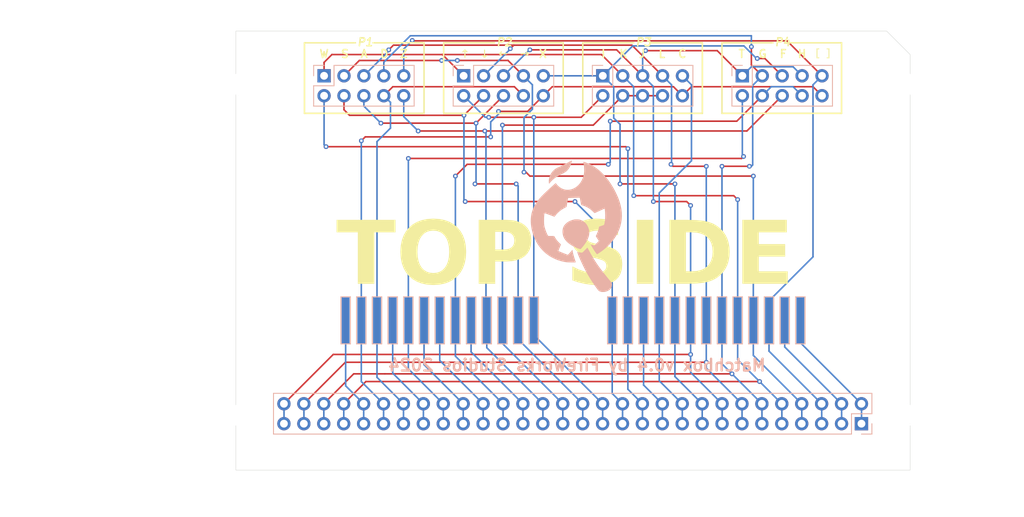
<source format=kicad_pcb>
(kicad_pcb (version 20240108) (generator "pcbnew") (generator_version "8.0")
  (layers (0 "F.Cu" signal) (31 "B.Cu" signal) (34 "B.Paste" user) (35 "F.Paste" user) (36 "B.SilkS" user "B.Silkscreen") (37 "F.SilkS" user "F.Silkscreen") (38 "B.Mask" user) (39 "F.Mask" user) (44 "Edge.Cuts" user))
  (net 0 "")
  (net 1 "17")
  (net 2 "4")
  (net 3 "3")
  (net 4 "7")
  (net 5 "13")
  (net 6 "15")
  (net 7 "5")
  (net 8 "24")
  (net 9 "12")
  (net 10 "6")
  (net 11 "14")
  (net 12 "9")
  (net 13 "8")
  (net 14 "25")
  (net 15 "16")
  (net 16 "10")
  (net 17 "19")
  (net 18 "22")
  (net 19 "21")
  (net 20 "2")
  (net 21 "20")
  (net 22 "23")
  (net 23 "1")
  (net 24 "18")
  (net 25 "26")
  (net 26 "11")
  (footprint "MountingHole:MountingHole_3.2mm_M3" (layer "B.Cu") (at 155.1 113 180)
    (property "Reference" "H6" (hide yes))
    (property "Value" "MountingHole")
    (pad "" np_thru_hole circle (at 0 0 180) (size 3.2 3.2) (drill 3.2) (layers "*.Cu" "*.Mask"))
  )
  (footprint "MatchBoxLibrary:Ma" (layer "B.Cu") (at 104 101 90)
    (property "Reference" "PinH1" (hide yes))
    (property "Value" "S7221-45R" (hide yes))
    (pad "1" smd rect (at 0.08875 0 90) (size 6 1) (layers "B.Cu" "B.Paste" "B.Mask") (net 15 "16"))
  )
  (footprint "MatchBoxLibrary:Ma" (layer "B.Cu") (at 102 101 90)
    (property "Reference" "PinI1" (hide yes))
    (property "Value" "S7221-45R" (hide yes))
    (pad "1" smd rect (at 0.08875 0 90) (size 6 1) (layers "B.Cu" "B.Paste" "B.Mask") (net 1 "17"))
  )
  (footprint "MatchBox_Graphics:kicad_pic_19mm_19mm" (layer "B.Cu") (at 113.5 88.75 180)
    (property "Reference" "G1" (hide yes))
    (property "Value" "LOGO" (hide yes))
  )
  (footprint "MatchBoxLibrary:Ma" (layer "B.Cu") (at 108 101 90)
    (property "Reference" "PinF1" (hide yes))
    (property "Value" "S7221-45R" (hide yes))
    (pad "1" smd rect (at 0.08875 0 90) (size 6 1) (layers "B.Cu" "B.Paste" "B.Mask") (net 11 "14"))
  )
  (footprint "MatchBoxLibrary:Ma" (layer "B.Cu") (at 92 101 90)
    (property "Reference" "PinN1" (hide yes))
    (property "Value" "S7221-45R" (hide yes))
    (pad "1" smd rect (at 0.08875 0 90) (size 6 1) (layers "B.Cu" "B.Paste" "B.Mask") (net 18 "22"))
  )
  (footprint "MatchBoxLibrary:Ma" (layer "B.Cu") (at 96 101 90)
    (property "Reference" "PinL1" (hide yes))
    (property "Value" "S7221-45R" (hide yes))
    (pad "1" smd rect (at 0.08875 0 90) (size 6 1) (layers "B.Cu" "B.Paste" "B.Mask") (net 21 "20"))
  )
  (footprint "MatchBoxLibrary:Ma" (layer "B.Cu") (at 140 101 90)
    (property "Reference" "Pin2" (hide yes))
    (property "Value" "S7221-45R" (hide yes))
    (pad "1" smd rect (at 0.08875 0 90) (size 6 1) (layers "B.Cu" "B.Paste" "B.Mask") (net 20 "2"))
  )
  (footprint "MatchBoxLibrary:Ma" (layer "B.Cu") (at 90 101 90)
    (property "Reference" "PinO1" (hide yes))
    (property "Value" "S7221-45R" (hide yes))
    (pad "1" smd rect (at 0.08875 0 90) (size 6 1) (layers "B.Cu" "B.Paste" "B.Mask") (net 22 "23"))
  )
  (footprint "Connector_PinHeader_2.54mm:PinHeader_2x30_P2.54mm_Vertical" (layer "B.Cu") (at 149.79 114.08 90)
    (property "Reference" "J29" (hide yes))
    (property "Value" "Conn_02x30_Odd_Even" (hide yes))
    (pad "1" thru_hole rect (at 0 0 90) (size 1.7 1.7) (drill 1) (layers "*.Cu" "*.Mask") (net 23 "1"))
    (pad "2" thru_hole oval (at 2.54 0 90) (size 1.7 1.7) (drill 1) (layers "*.Cu" "*.Mask") (net 23 "1"))
    (pad "3" thru_hole oval (at 0 -2.54 90) (size 1.7 1.7) (drill 1) (layers "*.Cu" "*.Mask") (net 20 "2"))
    (pad "4" thru_hole oval (at 2.54 -2.54 90) (size 1.7 1.7) (drill 1) (layers "*.Cu" "*.Mask") (net 20 "2"))
    (pad "5" thru_hole oval (at 0 -5.08 90) (size 1.7 1.7) (drill 1) (layers "*.Cu" "*.Mask") (net 3 "3"))
    (pad "6" thru_hole oval (at 2.54 -5.08 90) (size 1.7 1.7) (drill 1) (layers "*.Cu" "*.Mask") (net 3 "3"))
    (pad "7" thru_hole oval (at 0 -7.62 90) (size 1.7 1.7) (drill 1) (layers "*.Cu" "*.Mask") (net 2 "4"))
    (pad "8" thru_hole oval (at 2.54 -7.62 90) (size 1.7 1.7) (drill 1) (layers "*.Cu" "*.Mask") (net 2 "4"))
    (pad "9" thru_hole oval (at 0 -10.16 90) (size 1.7 1.7) (drill 1) (layers "*.Cu" "*.Mask") (net 7 "5"))
    (pad "10" thru_hole oval (at 2.54 -10.16 90) (size 1.7 1.7) (drill 1) (layers "*.Cu" "*.Mask") (net 7 "5"))
    (pad "11" thru_hole oval (at 0 -12.7 90) (size 1.7 1.7) (drill 1) (layers "*.Cu" "*.Mask") (net 10 "6"))
    (pad "12" thru_hole oval (at 2.54 -12.7 90) (size 1.7 1.7) (drill 1) (layers "*.Cu" "*.Mask") (net 10 "6"))
    (pad "13" thru_hole oval (at 0 -15.24 90) (size 1.7 1.7) (drill 1) (layers "*.Cu" "*.Mask") (net 4 "7"))
    (pad "14" thru_hole oval (at 2.54 -15.24 90) (size 1.7 1.7) (drill 1) (layers "*.Cu" "*.Mask") (net 4 "7"))
    (pad "15" thru_hole oval (at 0 -17.78 90) (size 1.7 1.7) (drill 1) (layers "*.Cu" "*.Mask") (net 13 "8"))
    (pad "16" thru_hole oval (at 2.54 -17.78 90) (size 1.7 1.7) (drill 1) (layers "*.Cu" "*.Mask") (net 13 "8"))
    (pad "17" thru_hole oval (at 0 -20.32 90) (size 1.7 1.7) (drill 1) (layers "*.Cu" "*.Mask") (net 12 "9"))
    (pad "18" thru_hole oval (at 2.54 -20.32 90) (size 1.7 1.7) (drill 1) (layers "*.Cu" "*.Mask") (net 12 "9"))
    (pad "19" thru_hole oval (at 0 -22.86 90) (size 1.7 1.7) (drill 1) (layers "*.Cu" "*.Mask") (net 16 "10"))
    (pad "20" thru_hole oval (at 2.54 -22.86 90) (size 1.7 1.7) (drill 1) (layers "*.Cu" "*.Mask") (net 16 "10"))
    (pad "21" thru_hole oval (at 0 -25.4 90) (size 1.7 1.7) (drill 1) (layers "*.Cu" "*.Mask") (net 26 "11"))
    (pad "22" thru_hole oval (at 2.54 -25.4 90) (size 1.7 1.7) (drill 1) (layers "*.Cu" "*.Mask") (net 26 "11"))
    (pad "23" thru_hole oval (at 0 -27.94 90) (size 1.7 1.7) (drill 1) (layers "*.Cu" "*.Mask") (net 9 "12"))
    (pad "24" thru_hole oval (at 2.54 -27.94 90) (size 1.7 1.7) (drill 1) (layers "*.Cu" "*.Mask") (net 9 "12"))
    (pad "25" thru_hole oval (at 0 -30.48 90) (size 1.7 1.7) (drill 1) (layers "*.Cu" "*.Mask") (net 5 "13"))
    (pad "26" thru_hole oval (at 2.54 -30.48 90) (size 1.7 1.7) (drill 1) (layers "*.Cu" "*.Mask") (net 5 "13"))
    (pad "27" thru_hole oval (at 0 -33.02 90) (size 1.7 1.7) (drill 1) (layers "*.Cu" "*.Mask") (net 11 "14"))
    (pad "28" thru_hole oval (at 2.54 -33.02 90) (size 1.7 1.7) (drill 1) (layers "*.Cu" "*.Mask") (net 11 "14"))
    (pad "29" thru_hole oval (at 0 -35.56 90) (size 1.7 1.7) (drill 1) (layers "*.Cu" "*.Mask") (net 6 "15"))
    (pad "30" thru_hole oval (at 2.54 -35.56 90) (size 1.7 1.7) (drill 1) (layers "*.Cu" "*.Mask") (net 6 "15"))
    (pad "31" thru_hole oval (at 0 -38.1 90) (size 1.7 1.7) (drill 1) (layers "*.Cu" "*.Mask") (net 15 "16"))
    (pad "32" thru_hole oval (at 2.54 -38.1 90) (size 1.7 1.7) (drill 1) (layers "*.Cu" "*.Mask") (net 15 "16"))
    (pad "33" thru_hole oval (at 0 -40.64 90) (size 1.7 1.7) (drill 1) (layers "*.Cu" "*.Mask") (net 1 "17"))
    (pad "34" thru_hole oval (at 2.54 -40.64 90) (size 1.7 1.7) (drill 1) (layers "*.Cu" "*.Mask") (net 1 "17"))
    (pad "35" thru_hole oval (at 0 -43.18 90) (size 1.7 1.7) (drill 1) (layers "*.Cu" "*.Mask") (net 24 "18"))
    (pad "36" thru_hole oval (at 2.54 -43.18 90) (size 1.7 1.7) (drill 1) (layers "*.Cu" "*.Mask") (net 24 "18"))
    (pad "37" thru_hole oval (at 0 -45.72 90) (size 1.7 1.7) (drill 1) (layers "*.Cu" "*.Mask") (net 17 "19"))
    (pad "38" thru_hole oval (at 2.54 -45.72 90) (size 1.7 1.7) (drill 1) (layers "*.Cu" "*.Mask") (net 17 "19"))
    (pad "39" thru_hole oval (at 0 -48.26 90) (size 1.7 1.7) (drill 1) (layers "*.Cu" "*.Mask") (net 21 "20"))
    (pad "40" thru_hole oval (at 2.54 -48.26 90) (size 1.7 1.7) (drill 1) (layers "*.Cu" "*.Mask") (net 21 "20"))
    (pad "41" thru_hole oval (at 0 -50.8 90) (size 1.7 1.7) (drill 1) (layers "*.Cu" "*.Mask") (net 19 "21"))
    (pad "42" thru_hole oval (at 2.54 -50.8 90) (size 1.7 1.7) (drill 1) (layers "*.Cu" "*.Mask") (net 19 "21"))
    (pad "43" thru_hole oval (at 0 -53.34 90) (size 1.7 1.7) (drill 1) (layers "*.Cu" "*.Mask") (net 18 "22"))
    (pad "44" thru_hole oval (at 2.54 -53.34 90) (size 1.7 1.7) (drill 1) (layers "*.Cu" "*.Mask") (net 18 "22"))
    (pad "45" thru_hole oval (at 0 -55.88 90) (size 1.7 1.7) (drill 1) (layers "*.Cu" "*.Mask") (net 22 "23"))
    (pad "46" thru_hole oval (at 2.54 -55.88 90) (size 1.7 1.7) (drill 1) (layers "*.Cu" "*.Mask") (net 22 "23"))
    (pad "47" thru_hole oval (at 0 -58.42 90) (size 1.7 1.7) (drill 1) (layers "*.Cu" "*.Mask") (net 8 "24"))
    (pad "48" thru_hole oval (at 2.54 -58.42 90) (size 1.7 1.7) (drill 1) (layers "*.Cu" "*.Mask") (net 8 "24"))
    (pad "49" thru_hole oval (at 0 -60.96 90) (size 1.7 1.7) (drill 1) (layers "*.Cu" "*.Mask") (net 14 "25"))
    (pad "50" thru_hole oval (at 2.54 -60.96 90) (size 1.7 1.7) (drill 1) (layers "*.Cu" "*.Mask") (net 14 "25"))
    (pad "51" thru_hole oval (at 0 -63.5 90) (size 1.7 1.7) (drill 1) (layers "*.Cu" "*.Mask") (net 25 "26"))
    (pad "52" thru_hole oval (at 2.54 -63.5 90) (size 1.7 1.7) (drill 1) (layers "*.Cu" "*.Mask") (net 25 "26"))
    (pad "53" thru_hole oval (at 0 -66.04 90) (size 1.7 1.7) (drill 1) (layers "*.Cu" "*.Mask") (net 7 "5"))
    (pad "54" thru_hole oval (at 2.54 -66.04 90) (size 1.7 1.7) (drill 1) (layers "*.Cu" "*.Mask") (net 7 "5"))
    (pad "55" thru_hole oval (at 0 -68.58 90) (size 1.7 1.7) (drill 1) (layers "*.Cu" "*.Mask") (net 10 "6"))
    (pad "56" thru_hole oval (at 2.54 -68.58 90) (size 1.7 1.7) (drill 1) (layers "*.Cu" "*.Mask") (net 10 "6"))
    (pad "57" thru_hole oval (at 0 -71.12 90) (size 1.7 1.7) (drill 1) (layers "*.Cu" "*.Mask") (net 4 "7"))
    (pad "58" thru_hole oval (at 2.54 -71.12 90) (size 1.7 1.7) (drill 1) (layers "*.Cu" "*.Mask") (net 4 "7"))
    (pad "59" thru_hole oval (at 0 -73.66 90) (size 1.7 1.7) (drill 1) (layers "*.Cu" "*.Mask") (net 13 "8"))
    (pad "60" thru_hole oval (at 2.54 -73.66 90) (size 1.7 1.7) (drill 1) (layers "*.Cu" "*.Mask") (net 13 "8"))
  )
  (footprint "MountingHole:MountingHole_3.2mm_M3" (layer "B.Cu") (at 70.9 113 180)
    (property "Reference" "H5" (hide yes))
    (property "Value" "MountingHole")
    (pad "" np_thru_hole circle (at 0 0 180) (size 3.2 3.2) (drill 3.2) (layers "*.Cu" "*.Mask"))
  )
  (footprint "MatchBoxLibrary:Ma" (layer "B.Cu") (at 88 101 90)
    (property "Reference" "PinP1" (hide yes))
    (property "Value" "S7221-45R" (hide yes))
    (pad "1" smd rect (at 0.08875 0 90) (size 6 1) (layers "B.Cu" "B.Paste" "B.Mask") (net 8 "24"))
  )
  (footprint "Connector_PinHeader_2.54mm:PinHeader_2x05_P2.54mm_Vertical" (layer "B.Cu") (at 134.6 69.71 -90)
    (property "Reference" "J4" (hide yes))
    (property "Value" "Conn_02x05_Odd_Even" (hide yes))
    (pad "1" thru_hole rect (at 0 0 270) (size 1.7 1.7) (drill 1) (layers "*.Cu" "*.Mask") (net 13 "8"))
    (pad "2" thru_hole oval (at 2.54 0 270) (size 1.7 1.7) (drill 1) (layers "*.Cu" "*.Mask") (net 18 "22"))
    (pad "3" thru_hole oval (at 0 -2.54 270) (size 1.7 1.7) (drill 1) (layers "*.Cu" "*.Mask") (net 10 "6"))
    (pad "4" thru_hole oval (at 2.54 -2.54 270) (size 1.7 1.7) (drill 1) (layers "*.Cu" "*.Mask") (net 17 "19"))
    (pad "5" thru_hole oval (at 0 -5.08 270) (size 1.7 1.7) (drill 1) (layers "*.Cu" "*.Mask") (net 12 "9"))
    (pad "6" thru_hole oval (at 2.54 -5.08 270) (size 1.7 1.7) (drill 1) (layers "*.Cu" "*.Mask") (net 1 "17"))
    (pad "7" thru_hole oval (at 0 -7.62 270) (size 1.7 1.7) (drill 1) (layers "*.Cu" "*.Mask") (net 13 "8"))
    (pad "8" thru_hole oval (at 2.54 -7.62 270) (size 1.7 1.7) (drill 1) (layers "*.Cu" "*.Mask") (net 17 "19"))
    (pad "9" thru_hole oval (at 0 -10.16 270) (size 1.7 1.7) (drill 1) (layers "*.Cu" "*.Mask") (net 3 "3"))
    (pad "10" thru_hole oval (at 2.54 -10.16 270) (size 1.7 1.7) (drill 1) (layers "*.Cu" "*.Mask") (net 14 "25"))
  )
  (footprint "MatchBoxLibrary:Ma" (layer "B.Cu") (at 84 101 90)
    (property "Reference" "PinR1" (hide yes))
    (property "Value" "S7221-45R" (hide yes))
    (pad "1" smd rect (at 0.08875 0 90) (size 6 1) (layers "B.Cu" "B.Paste" "B.Mask") (net 25 "26"))
  )
  (footprint "MatchBoxLibrary:Ma" (layer "B.Cu") (at 128 101 90)
    (property "Reference" "Pin8" (hide yes))
    (property "Value" "S7221-45R" (hide yes))
    (pad "1" smd rect (at 0.08875 0 90) (size 6 1) (layers "B.Cu" "B.Paste" "B.Mask") (net 13 "8"))
  )
  (footprint "MountingHole:MountingHole_3.7mm" (layer "B.Cu") (at 147 101 180)
    (property "Reference" "H1" (hide yes))
    (property "Value" "MountingHole")
    (pad "" np_thru_hole circle (at 0 0 180) (size 5.2 5.2) (drill 5.2) (layers "F&B.Cu" "*.Mask"))
  )
  (footprint "MatchBoxLibrary:Ma" (layer "B.Cu") (at 124 101 90)
    (property "Reference" "PinB1" (hide yes))
    (property "Value" "S7221-45R" (hide yes))
    (pad "1" smd rect (at 0.08875 0 90) (size 6 1) (layers "B.Cu" "B.Paste" "B.Mask") (net 16 "10"))
  )
  (footprint "MatchBoxLibrary:Ma" (layer "B.Cu") (at 86 101 90)
    (property "Reference" "PinQ1" (hide yes))
    (property "Value" "S7221-45R" (hide yes))
    (pad "1" smd rect (at 0.08875 0 90) (size 6 1) (layers "B.Cu" "B.Paste" "B.Mask") (net 14 "25"))
  )
  (footprint "MatchBoxLibrary:Ma" (layer "B.Cu") (at 118 101 90)
    (property "Reference" "PinE1" (hide yes))
    (property "Value" "S7221-45R" (hide yes))
    (pad "1" smd rect (at 0.08875 0 90) (size 6 1) (layers "B.Cu" "B.Paste" "B.Mask") (net 5 "13"))
  )
  (footprint "MountingHole:MountingHole_3.2mm_M3" (layer "B.Cu") (at 155.1 70.8 180)
    (property "Reference" "H4" (hide yes))
    (property "Value" "MountingHole")
    (pad "" np_thru_hole circle (at 0 0 180) (size 3.2 3.2) (drill 3.2) (layers "*.Cu" "*.Mask"))
  )
  (footprint "MatchBoxLibrary:Ma" (layer "B.Cu") (at 120 101 90)
    (property "Reference" "PinD1" (hide yes))
    (property "Value" "S7221-45R" (hide yes))
    (pad "1" smd rect (at 0.08875 0 90) (size 6 1) (layers "B.Cu" "B.Paste" "B.Mask") (net 9 "12"))
  )
  (footprint "MountingHole:MountingHole_3.2mm_M3" (layer "B.Cu") (at 70.9 70.8 180)
    (property "Reference" "H3" (hide yes))
    (property "Value" "MountingHole")
    (pad "" np_thru_hole circle (at 0 0 180) (size 3.2 3.2) (drill 3.2) (layers "F&B.Cu" "*.Mask"))
  )
  (footprint "MountingHole:MountingHole_3.7mm" (layer "B.Cu") (at 79 101 180)
    (property "Reference" "H2" (hide yes))
    (property "Value" "MountingHole")
    (pad "" np_thru_hole circle (at 0 0 180) (size 5.2 5.2) (drill 5.2) (layers "F&B.Cu" "*.Mask"))
  )
  (footprint "MatchBoxLibrary:Ma" (layer "B.Cu") (at 142 101 90)
    (property "Reference" "Pin1" (hide yes))
    (property "Value" "S7221-45R" (hide yes))
    (pad "1" smd rect (at 0.08875 0 90) (size 6 1) (layers "B.Cu" "B.Paste" "B.Mask") (net 23 "1"))
  )
  (footprint "MatchBoxLibrary:Ma" (layer "B.Cu") (at 132 101 90)
    (property "Reference" "Pin6" (hide yes))
    (property "Value" "S7221-45R" (hide yes))
    (pad "1" smd rect (at 0.08875 0 90) (size 6 1) (layers "B.Cu" "B.Paste" "B.Mask") (net 10 "6"))
  )
  (footprint "MatchBoxLibrary:Ma" (layer "B.Cu") (at 138 101 90)
    (property "Reference" "Pin3" (hide yes))
    (property "Value" "S7221-45R" (hide yes))
    (pad "1" smd rect (at 0.08875 0 90) (size 6 1) (layers "B.Cu" "B.Paste" "B.Mask") (net 3 "3"))
  )
  (footprint "MatchBoxLibrary:Ma" (layer "B.Cu") (at 130 101 90)
    (property "Reference" "Pin7" (hide yes))
    (property "Value" "S7221-45R" (hide yes))
    (pad "1" smd rect (at 0.08875 0 90) (size 6 1) (layers "B.Cu" "B.Paste" "B.Mask") (net 4 "7"))
  )
  (footprint "MatchBoxLibrary:Ma" (layer "B.Cu") (at 126 101 90)
    (property "Reference" "PinA1" (hide yes))
    (property "Value" "S7221-45R" (hide yes))
    (pad "1" smd rect (at 0.08875 0 90) (size 6 1) (layers "B.Cu" "B.Paste" "B.Mask") (net 12 "9"))
  )
  (footprint "Connector_PinHeader_2.54mm:PinHeader_2x05_P2.54mm_Vertical" (layer "B.Cu") (at 116.8 69.71 -90)
    (property "Reference" "J3" (hide yes))
    (property "Value" "Conn_02x05_Odd_Even" (hide yes))
    (pad "1" thru_hole rect (at 0 0 270) (size 1.7 1.7) (drill 1) (layers "*.Cu" "*.Mask") (net 12 "9"))
    (pad "2" thru_hole oval (at 2.54 0 270) (size 1.7 1.7) (drill 1) (layers "*.Cu" "*.Mask") (net 11 "14"))
    (pad "3" thru_hole oval (at 0 -2.54 270) (size 1.7 1.7) (drill 1) (layers "*.Cu" "*.Mask") (net 7 "5"))
    (pad "4" thru_hole oval (at 2.54 -2.54 270) (size 1.7 1.7) (drill 1) (layers "*.Cu" "*.Mask") (net 15 "16"))
    (pad "5" thru_hole oval (at 0 -5.08 270) (size 1.7 1.7) (drill 1) (layers "*.Cu" "*.Mask") (net 13 "8"))
    (pad "6" thru_hole oval (at 2.54 -5.08 270) (size 1.7 1.7) (drill 1) (layers "*.Cu" "*.Mask") (net 15 "16"))
    (pad "7" thru_hole oval (at 0 -7.62 270) (size 1.7 1.7) (drill 1) (layers "*.Cu" "*.Mask") (net 4 "7"))
    (pad "8" thru_hole oval (at 2.54 -7.62 270) (size 1.7 1.7) (drill 1) (layers "*.Cu" "*.Mask") (net 15 "16"))
    (pad "9" thru_hole oval (at 0 -10.16 270) (size 1.7 1.7) (drill 1) (layers "*.Cu" "*.Mask") (net 16 "10"))
    (pad "10" thru_hole oval (at 2.54 -10.16 270) (size 1.7 1.7) (drill 1) (layers "*.Cu" "*.Mask") (net 14 "25"))
  )
  (footprint "MatchBoxLibrary:Ma" (layer "B.Cu") (at 136 101 90)
    (property "Reference" "Pin4" (hide yes))
    (property "Value" "S7221-45R" (hide yes))
    (pad "1" smd rect (at 0.08875 0 90) (size 6 1) (layers "B.Cu" "B.Paste" "B.Mask") (net 2 "4"))
  )
  (footprint "Connector_PinHeader_2.54mm:PinHeader_2x05_P2.54mm_Vertical" (layer "B.Cu") (at 99.05 69.71 -90)
    (property "Reference" "J2" (hide yes))
    (property "Value" "Conn_02x05_Odd_Even" (hide yes))
    (pad "1" thru_hole rect (at 0 0 270) (size 1.7 1.7) (drill 1) (layers "*.Cu" "*.Mask") (net 7 "5"))
    (pad "2" thru_hole oval (at 2.54 0 270) (size 1.7 1.7) (drill 1) (layers "*.Cu" "*.Mask") (net 11 "14"))
    (pad "3" thru_hole oval (at 0 -2.54 270) (size 1.7 1.7) (drill 1) (layers "*.Cu" "*.Mask") (net 4 "7"))
    (pad "4" thru_hole oval (at 2.54 -2.54 270) (size 1.7 1.7) (drill 1) (layers "*.Cu" "*.Mask") (net 5 "13"))
    (pad "5" thru_hole oval (at 0 -5.08 270) (size 1.7 1.7) (drill 1) (layers "*.Cu" "*.Mask") (net 13 "8"))
    (pad "6" thru_hole oval (at 2.54 -5.08 270) (size 1.7 1.7) (drill 1) (layers "*.Cu" "*.Mask") (net 6 "15"))
    (pad "7" thru_hole oval (at 0 -7.62 270) (size 1.7 1.7) (drill 1) (layers "*.Cu" "*.Mask") (net 2 "4"))
    (pad "8" thru_hole oval (at 2.54 -7.62 270) (size 1.7 1.7) (drill 1) (layers "*.Cu" "*.Mask") (net 8 "24"))
    (pad "9" thru_hole oval (at 0 -10.16 270) (size 1.7 1.7) (drill 1) (layers "*.Cu" "*.Mask") (net 12 "9"))
    (pad "10" thru_hole oval (at 2.54 -10.16 270) (size 1.7 1.7) (drill 1) (layers "*.Cu" "*.Mask") (net 14 "25"))
  )
  (footprint "MatchBoxLibrary:Ma" (layer "B.Cu") (at 106 101 90)
    (property "Reference" "PinG1" (hide yes))
    (property "Value" "S7221-45R" (hide yes))
    (pad "1" smd rect (at 0.08875 0 90) (size 6 1) (layers "B.Cu" "B.Paste" "B.Mask") (net 6 "15"))
  )
  (footprint "Connector_PinHeader_2.54mm:PinHeader_2x05_P2.54mm_Vertical" (layer "B.Cu") (at 81.25 69.71 -90)
    (property "Reference" "J1" (hide yes))
    (property "Value" "Conn_02x05_Odd_Even" (hide yes))
    (pad "1" thru_hole rect (at 0 0 270) (size 1.7 1.7) (drill 1) (layers "*.Cu" "*.Mask") (net 7 "5"))
    (pad "2" thru_hole oval (at 2.54 0 270) (size 1.7 1.7) (drill 1) (layers "*.Cu" "*.Mask") (net 9 "12"))
    (pad "3" thru_hole oval (at 0 -2.54 270) (size 1.7 1.7) (drill 1) (layers "*.Cu" "*.Mask") (net 2 "4"))
    (pad "4" thru_hole oval (at 2.54 -2.54 270) (size 1.7 1.7) (drill 1) (layers "*.Cu" "*.Mask") (net 5 "13"))
    (pad "5" thru_hole oval (at 0 -5.08 270) (size 1.7 1.7) (drill 1) (layers "*.Cu" "*.Mask") (net 4 "7"))
    (pad "6" thru_hole oval (at 2.54 -5.08 270) (size 1.7 1.7) (drill 1) (layers "*.Cu" "*.Mask") (net 6 "15"))
    (pad "7" thru_hole oval (at 0 -7.62 270) (size 1.7 1.7) (drill 1) (layers "*.Cu" "*.Mask") (net 10 "6"))
    (pad "8" thru_hole oval (at 2.54 -7.62 270) (size 1.7 1.7) (drill 1) (layers "*.Cu" "*.Mask") (net 8 "24"))
    (pad "9" thru_hole oval (at 0 -10.16 270) (size 1.7 1.7) (drill 1) (layers "*.Cu" "*.Mask") (net 3 "3"))
    (pad "10" thru_hole oval (at 2.54 -10.16 270) (size 1.7 1.7) (drill 1) (layers "*.Cu" "*.Mask") (net 1 "17"))
  )
  (footprint "MatchBoxLibrary:Ma" (layer "B.Cu") (at 134 101 90)
    (property "Reference" "Pin5" (hide yes))
    (property "Value" "S7221-45R" (hide yes))
    (pad "1" smd rect (at 0.08875 0 90) (size 6 1) (layers "B.Cu" "B.Paste" "B.Mask") (net 7 "5"))
  )
  (footprint "MatchBoxLibrary:Ma" (layer "B.Cu") (at 94 101 90)
    (property "Reference" "PinM1" (hide yes))
    (property "Value" "S7221-45R" (hide yes))
    (pad "1" smd rect (at 0.08875 0 90) (size 6 1) (layers "B.Cu" "B.Paste" "B.Mask") (net 19 "21"))
  )
  (footprint "MatchBoxLibrary:Ma" (layer "B.Cu") (at 98 101 90)
    (property "Reference" "PinK1" (hide yes))
    (property "Value" "S7221-45R" (hide yes))
    (pad "1" smd rect (at 0.08875 0 90) (size 6 1) (layers "B.Cu" "B.Paste" "B.Mask") (net 17 "19"))
  )
  (footprint "MatchBoxLibrary:Ma" (layer "B.Cu") (at 122 101 90)
    (property "Reference" "PinC1" (hide yes))
    (property "Value" "S7221-45R" (hide yes))
    (pad "1" smd rect (at 0.08875 0 90) (size 6 1) (layers "B.Cu" "B.Paste" "B.Mask") (net 26 "11"))
  )
  (footprint "MatchBoxLibrary:Ma" (layer "B.Cu") (at 100 101 90)
    (property "Reference" "PinJ1" (hide yes))
    (property "Value" "S7221-45R" (hide yes))
    (pad "1" smd rect (at 0.08875 0 90) (size 6 1) (layers "B.Cu" "B.Paste" "B.Mask") (net 24 "18"))
  )
  (gr_line (start 129.5 74.5) (end 114.25 74.5) (stroke (width 0.2)) (layer "F.SilkS"))
  (gr_line (start 94 74.5) (end 78.75 74.5) (stroke (width 0.2)) (layer "F.SilkS"))
  (gr_line (start 94 65.5) (end 87.5 65.5) (stroke (width 0.2)) (layer "F.SilkS"))
  (gr_line (start 147.25 74.5) (end 132 74.5) (stroke (width 0.2)) (layer "F.SilkS"))
  (gr_line (start 96.5 65.5) (end 103 65.5) (stroke (width 0.2)) (layer "F.SilkS"))
  (gr_line (start 111.75 74.5) (end 96.5 74.5) (stroke (width 0.2)) (layer "F.SilkS"))
  (gr_line (start 147.25 65.5) (end 147.25 74.5) (stroke (width 0.2)) (layer "F.SilkS"))
  (gr_line (start 129.5 65.5) (end 123 65.5) (stroke (width 0.2)) (layer "F.SilkS"))
  (gr_line (start 78.75 65.5) (end 85.25 65.5) (stroke (width 0.2)) (layer "F.SilkS"))
  (gr_line (start 114.25 65.5) (end 120.75 65.5) (stroke (width 0.2)) (layer "F.SilkS"))
  (gr_line (start 114.25 74.5) (end 114.25 65.5) (stroke (width 0.2)) (layer "F.SilkS"))
  (gr_line (start 96.5 74.5) (end 96.5 65.5) (stroke (width 0.2)) (layer "F.SilkS"))
  (gr_line (start 111.75 65.5) (end 111.75 74.5) (stroke (width 0.2)) (layer "F.SilkS"))
  (gr_line (start 111.75 65.5) (end 105.25 65.5) (stroke (width 0.2)) (layer "F.SilkS"))
  (gr_line (start 147.25 65.5) (end 140.75 65.5) (stroke (width 0.2)) (layer "F.SilkS"))
  (gr_line (start 132 65.5) (end 138.5 65.5) (stroke (width 0.2)) (layer "F.SilkS"))
  (gr_line (start 94 65.5) (end 94 74.5) (stroke (width 0.2)) (layer "F.SilkS"))
  (gr_line (start 78.75 74.5) (end 78.75 65.5) (stroke (width 0.2)) (layer "F.SilkS"))
  (gr_line (start 129.5 65.5) (end 129.5 74.5) (stroke (width 0.2)) (layer "F.SilkS"))
  (gr_line (start 132 74.5) (end 132 65.5) (stroke (width 0.2)) (layer "F.SilkS"))
  (gr_poly (pts (xy 153 64) (xy 156 67) (xy 156 120) (xy 70 120) (xy 70 64)) (stroke (width 0.05)) (fill none) (layer "Edge.Cuts"))
  (gr_text "Matchbox v0.4 by FireWorks Studios 2024\n" (at 113.5 107.5 0) (layer "B.SilkS") (effects (font (size 1.5 1.5) (thickness 0.3) (bold yes)) (justify bottom mirror)))
  (gr_text "I" (at 116.5 67.5 0) (layer "F.SilkS") (effects (font (size 1 1) (thickness 0.2) (bold yes)) (justify left bottom)))
  (gr_text "Z" (at 90.8 67.5 0) (layer "F.SilkS") (effects (font (size 1 1) (thickness 0.2) (bold yes)) (justify left bottom)))
  (gr_text "↓" (at 100.75 67.5 0) (layer "F.SilkS") (effects (font (size 1.2 1.4)) (justify left bottom)))
  (gr_text "P3" (at 122 66 0) (layer "F.SilkS") (effects (font (size 1 1) (thickness 0.2) (bold yes) (italic yes)) (justify bottom)))
  (gr_text "F" (at 139.25 67.5 0) (layer "F.SilkS") (effects (font (size 1 1) (thickness 0.2) (bold yes)) (justify left bottom)))
  (gr_text "C" (at 126.3 67.5 0) (layer "F.SilkS") (effects (font (size 1 1) (thickness 0.2) (bold yes)) (justify left bottom)))
  (gr_text "[ ]" (at 143.75 67.25 0) (layer "F.SilkS") (effects (font (size 0.8 1) (thickness 0.125)) (justify left bottom)))
  (gr_text "G" (at 136.55 67.5 0) (layer "F.SilkS") (effects (font (size 1 1) (thickness 0.2) (bold yes)) (justify left bottom)))
  (gr_text "→" (at 106 67.5 0) (layer "F.SilkS") (effects (font (size 1.2 1.2)) (justify left bottom)))
  (gr_text "K" (at 118.8 67.5 0) (layer "F.SilkS") (effects (font (size 1 1) (thickness 0.2) (bold yes)) (justify left bottom)))
  (gr_text "TOP SIDE" (at 112 97.6 -0) (layer "F.SilkS") (effects (font (size 8 8) (thickness 0.2) (bold yes)) (justify bottom)))
  (gr_text "J" (at 121.3 67.5 0) (layer "F.SilkS") (effects (font (size 1 1) (thickness 0.2) (bold yes)) (justify left bottom)))
  (gr_text "T" (at 134 67.5 0) (layer "F.SilkS") (effects (font (size 1 1) (thickness 0.2) (bold yes)) (justify left bottom)))
  (gr_text "←" (at 103.25 67.5 0) (layer "F.SilkS") (effects (font (size 1.2 1.2)) (justify left bottom)))
  (gr_text "H" (at 141.55 67.5 0) (layer "F.SilkS") (effects (font (size 1 1) (thickness 0.2) (bold yes)) (justify left bottom)))
  (gr_text "W" (at 80.55 67.5 0) (layer "F.SilkS") (effects (font (size 1 1) (thickness 0.2) (bold yes)) (justify left bottom)))
  (gr_text "X" (at 108.55 67.5 0) (layer "F.SilkS") (effects (font (size 1 1) (thickness 0.2) (bold yes)) (justify left bottom)))
  (gr_text "P2" (at 104.25 66 0) (layer "F.SilkS") (effects (font (size 1 1) (thickness 0.2) (bold yes) (italic yes)) (justify bottom)))
  (gr_text "↑" (at 98.25 67.5 0) (layer "F.SilkS") (effects (font (size 1.2 1.4)) (justify left bottom)))
  (gr_text "P1" (at 86.5 66 0) (layer "F.SilkS") (effects (font (size 1 1) (thickness 0.2) (bold yes) (italic yes)) (justify bottom)))
  (gr_text "A" (at 85.8 67.5 0) (layer "F.SilkS") (effects (font (size 1 1) (thickness 0.2) (bold yes)) (justify left bottom)))
  (gr_text "L" (at 123.8 67.5 0) (layer "F.SilkS") (effects (font (size 1 1) (thickness 0.2) (bold yes)) (justify left bottom)))
  (gr_text "D" (at 88.3 67.5 0) (layer "F.SilkS") (effects (font (size 1 1) (thickness 0.2) (bold yes)) (justify left bottom)))
  (gr_text "S" (at 83.3 67.5 0) (layer "F.SilkS") (effects (font (size 1 1) (thickness 0.2) (bold yes)) (justify left bottom)))
  (gr_text "P4" (at 139.75 66 0) (layer "F.SilkS") (effects (font (size 1 1) (thickness 0.2) (bold yes) (italic yes)) (justify bottom)))
  (segment (start 135.18 76.75) (end 139.68 72.25) (width 0.2) (layer "F.Cu") (net 1))
  (segment (start 101.75 76.75) (end 135.18 76.75) (width 0.2) (layer "F.Cu") (net 1))
  (segment (start 93.25 76.75) (end 101.75 76.75) (width 0.2) (layer "F.Cu") (net 1))
  (via (at 101.75 76.75) (size 0.6) (drill 0.3) (layers "F.Cu" "B.Cu") (net 1))
  (via (at 93.25 76.75) (size 0.6) (drill 0.3) (layers "F.Cu" "B.Cu") (net 1))
  (segment (start 102 104.39) (end 102 100.91125) (width 0.2) (layer "B.Cu") (net 1))
  (segment (start 91.41 74.91) (end 93.25 76.75) (width 0.2) (layer "B.Cu") (net 1))
  (segment (start 101.9 100.81125) (end 102 100.91125) (width 0.2) (layer "B.Cu") (net 1))
  (segment (start 101.75 76.75) (end 101.9 76.9) (width 0.2) (layer "B.Cu") (net 1))
  (segment (start 91.41 72.25) (end 91.41 74.91) (width 0.2) (layer "B.Cu") (net 1))
  (segment (start 101.9 76.9) (end 101.9 100.81125) (width 0.2) (layer "B.Cu") (net 1))
  (segment (start 102 104.39) (end 109.15 111.54) (width 0.2) (layer "B.Cu") (net 1))
  (segment (start 109.16 114.1) (end 109.16 111.56) (width 0.2) (layer "B.Cu") (net 1))
  (segment (start 104.71 67.75) (end 106.67 69.71) (width 0.2) (layer "F.Cu") (net 2))
  (segment (start 98.25 67.75) (end 104.71 67.75) (width 0.2) (layer "F.Cu") (net 2))
  (segment (start 85.745735 67.754265) (end 96.245735 67.754265) (width 0.2) (layer "F.Cu") (net 2))
  (segment (start 107 82) (end 107.5 82.5) (width 0.2) (layer "F.Cu") (net 2))
  (segment (start 107.5 82.5) (end 136 82.5) (width 0.2) (layer "F.Cu") (net 2))
  (segment (start 106.75 82) (end 107 82) (width 0.2) (layer "F.Cu") (net 2))
  (segment (start 83.79 69.71) (end 85.745735 67.754265) (width 0.2) (layer "F.Cu") (net 2))
  (via (at 106.75 82) (size 0.6) (drill 0.3) (layers "F.Cu" "B.Cu") (net 2))
  (via (at 98.25 67.75) (size 0.6) (drill 0.3) (layers "F.Cu" "B.Cu") (net 2))
  (via (at 136 82.5) (size 0.6) (drill 0.3) (layers "F.Cu" "B.Cu") (net 2))
  (via (at 96.245735 67.754265) (size 0.6) (drill 0.3) (layers "F.Cu" "B.Cu") (net 2))
  (segment (start 136 105.37) (end 136 100.91125) (width 0.2) (layer "B.Cu") (net 2))
  (segment (start 98.245735 67.754265) (end 98.25 67.75) (width 0.2) (layer "B.Cu") (net 2))
  (segment (start 106.67 69.71) (end 107.82 70.86) (width 0.2) (layer "B.Cu") (net 2))
  (segment (start 96.245735 67.754265) (end 98.245735 67.754265) (width 0.2) (layer "B.Cu") (net 2))
  (segment (start 142.18 114.1) (end 142.18 111.56) (width 0.2) (layer "B.Cu") (net 2))
  (segment (start 142.17 111.54) (end 136 105.37) (width 0.2) (layer "B.Cu") (net 2))
  (segment (start 106.75 75.041471) (end 106.75 82) (width 0.2) (layer "B.Cu") (net 2))
  (segment (start 107.82 73.971471) (end 106.75 75.041471) (width 0.2) (layer "B.Cu") (net 2))
  (segment (start 107.82 70.86) (end 107.82 73.971471) (width 0.2) (layer "B.Cu") (net 2))
  (segment (start 136 82.5) (end 136 100.91125) (width 0.2) (layer "B.Cu") (net 2))
  (segment (start 92.55 65.25) (end 140.3 65.25) (width 0.2) (layer "F.Cu") (net 3))
  (segment (start 140.3 65.25) (end 144.76 69.71) (width 0.2) (layer "F.Cu") (net 3))
  (segment (start 92.5 65.2) (end 92.55 65.25) (width 0.2) (layer "F.Cu") (net 3))
  (via (at 92.5 65.2) (size 0.6) (drill 0.3) (layers "F.Cu" "B.Cu") (net 3))
  (segment (start 144.76 69.71) (end 143.61 70.86) (width 0.2) (layer "B.Cu") (net 3))
  (segment (start 91.41 69.71) (end 91.41 66.29) (width 0.2) (layer "B.Cu") (net 3))
  (segment (start 138 98.41125) (end 138 100.91125) (width 0.2) (layer "B.Cu") (net 3))
  (segment (start 143.61 70.86) (end 143.61 92.80125) (width 0.2) (layer "B.Cu") (net 3))
  (segment (start 144.72 114.1) (end 144.72 111.56) (width 0.2) (layer "B.Cu") (net 3))
  (segment (start 138 104.83) (end 138 100.91125) (width 0.2) (layer "B.Cu") (net 3))
  (segment (start 143.61 92.80125) (end 138 98.41125) (width 0.2) (layer "B.Cu") (net 3))
  (segment (start 91.41 66.29) (end 92.5 65.2) (width 0.2) (layer "B.Cu") (net 3))
  (segment (start 144.71 111.54) (end 138 104.83) (width 0.2) (layer "B.Cu") (net 3))
  (segment (start 83.96 106.25) (end 130 106.25) (width 0.2) (layer "F.Cu") (net 4))
  (segment (start 90.1 65.8) (end 105.45 65.8) (width 0.2) (layer "F.Cu") (net 4))
  (segment (start 125.75 81.25) (end 130 81.25) (width 0.2) (layer "F.Cu") (net 4))
  (segment (start 78.67 111.54) (end 83.96 106.25) (width 0.2) (layer "F.Cu") (net 4))
  (segment (start 89.5 66.4) (end 90.1 65.8) (width 0.2) (layer "F.Cu") (net 4))
  (segment (start 105 66.25) (end 105.45 65.8) (width 0.2) (layer "F.Cu") (net 4))
  (segment (start 120.51 65.8) (end 124.42 69.71) (width 0.2) (layer "F.Cu") (net 4))
  (segment (start 105.45 65.8) (end 120.51 65.8) (width 0.2) (layer "F.Cu") (net 4))
  (segment (start 125.5 81) (end 125.75 81.25) (width 0.2) (layer "F.Cu") (net 4))
  (via (at 89.5 66.4) (size 0.6) (drill 0.3) (layers "F.Cu" "B.Cu") (net 4))
  (via (at 130 106.25) (size 0.6) (drill 0.3) (layers "F.Cu" "B.Cu") (net 4))
  (via (at 130 81.25) (size 0.6) (drill 0.3) (layers "F.Cu" "B.Cu") (net 4))
  (via (at 105 66.25) (size 0.6) (drill 0.3) (layers "F.Cu" "B.Cu") (net 4))
  (via (at 125.5 81) (size 0.6) (drill 0.3) (layers "F.Cu" "B.Cu") (net 4))
  (segment (start 124.42 69.71) (end 125.57 70.86) (width 0.2) (layer "B.Cu") (net 4))
  (segment (start 130 106.25) (end 130 100.91125) (width 0.2) (layer "B.Cu") (net 4))
  (segment (start 134.55 111.54) (end 130 106.99) (width 0.2) (layer "B.Cu") (net 4))
  (segment (start 86.33 69.71) (end 89.5 66.54) (width 0.2) (layer "B.Cu") (net 4))
  (segment (start 130 81.25) (end 130 100.91125) (width 0.2) (layer "B.Cu") (net 4))
  (segment (start 125.57 80.93) (end 125.5 81) (width 0.2) (layer "B.Cu") (net 4))
  (segment (start 78.68 114.1) (end 78.68 111.56) (width 0.2) (layer "B.Cu") (net 4))
  (segment (start 134.56 114.1) (end 134.56 111.56) (width 0.2) (layer "B.Cu") (net 4))
  (segment (start 104.85 66.4) (end 105 66.25) (width 0.2) (layer "B.Cu") (net 4))
  (segment (start 89.5 66.54) (end 89.5 66.4) (width 0.2) (layer "B.Cu") (net 4))
  (segment (start 125.57 70.86) (end 125.57 80.93) (width 0.2) (layer "B.Cu") (net 4))
  (segment (start 105 66.3) (end 105 66.25) (width 0.2) (layer "B.Cu") (net 4))
  (segment (start 101.59 69.71) (end 105 66.3) (width 0.2) (layer "B.Cu") (net 4))
  (segment (start 130 106.99) (end 130 106.25) (width 0.2) (layer "B.Cu") (net 4))
  (segment (start 101.59 72.25) (end 99.09 74.75) (width 0.2) (layer "F.Cu") (net 5))
  (segment (start 99.25 85.75) (end 113.25 85.75) (width 0.2) (layer "F.Cu") (net 5))
  (segment (start 83.79 72.25) (end 83.79 74.04) (width 0.2) (layer "F.Cu") (net 5))
  (segment (start 119.345 111.56) (end 119.2 111.415) (width 0.2) (layer "F.Cu") (net 5))
  (segment (start 83.79 74.04) (end 84.5 74.75) (width 0.2) (layer "F.Cu") (net 5))
  (segment (start 84.5 74.75) (end 99.09 74.75) (width 0.2) (layer "F.Cu") (net 5))
  (via (at 99.09 74.75) (size 0.6) (drill 0.3) (layers "F.Cu" "B.Cu") (net 5))
  (via (at 113.25 85.75) (size 0.6) (drill 0.3) (layers "F.Cu" "B.Cu") (net 5))
  (via (at 99.25 85.75) (size 0.6) (drill 0.3) (layers "F.Cu" "B.Cu") (net 5))
  (segment (start 99.09 85.59) (end 99.25 85.75) (width 0.2) (layer "B.Cu") (net 5))
  (segment (start 99.09 74.75) (end 99.09 85.59) (width 0.2) (layer "B.Cu") (net 5))
  (segment (start 118 90.5) (end 118 100.91125) (width 0.2) (layer "B.Cu") (net 5))
  (segment (start 119.32 114.1) (end 119.32 111.56) (width 0.2) (layer "B.Cu") (net 5))
  (segment (start 119.31 111.54) (end 118 110.23) (width 0.2) (layer "B.Cu") (net 5))
  (segment (start 118 110.23) (end 118 100.91125) (width 0.2) (layer "B.Cu") (net 5))
  (segment (start 113.25 85.75) (end 118 90.5) (width 0.2) (layer "B.Cu") (net 5))
  (segment (start 100.5 83.5) (end 105.75 83.5) (width 0.2) (layer "F.Cu") (net 6))
  (segment (start 100.63 75.75) (end 88.5 75.75) (width 0.2) (layer "F.Cu") (net 6))
  (segment (start 104.13 72.25) (end 100.63 75.75) (width 0.2) (layer "F.Cu") (net 6))
  (via (at 100.63 75.75) (size 0.6) (drill 0.3) (layers "F.Cu" "B.Cu") (net 6))
  (via (at 105.75 83.5) (size 0.6) (drill 0.3) (layers "F.Cu" "B.Cu") (net 6))
  (via (at 100.5 83.5) (size 0.6) (drill 0.3) (layers "F.Cu" "B.Cu") (net 6))
  (via (at 88.5 75.75) (size 0.6) (drill 0.3) (layers "F.Cu" "B.Cu") (net 6))
  (segment (start 106 103.31) (end 114.23 111.54) (width 0.2) (layer "B.Cu") (net 6))
  (segment (start 86.33 72.25) (end 86.33 73.58) (width 0.2) (layer "B.Cu") (net 6))
  (segment (start 100.63 83.37) (end 100.5 83.5) (width 0.2) (layer "B.Cu") (net 6))
  (segment (start 114.24 114.1) (end 114.24 111.56) (width 0.2) (layer "B.Cu") (net 6))
  (segment (start 105.75 83.5) (end 106 83.75) (width 0.2) (layer "B.Cu") (net 6))
  (segment (start 100.63 75.75) (end 100.63 83.37) (width 0.2) (layer "B.Cu") (net 6))
  (segment (start 86.33 73.58) (end 88.5 75.75) (width 0.2) (layer "B.Cu") (net 6))
  (segment (start 106 83.75) (end 106 100.91125) (width 0.2) (layer "B.Cu") (net 6))
  (segment (start 81.25 68) (end 82.25 67) (width 0.2) (layer "F.Cu") (net 7))
  (segment (start 86.585 108.705) (end 136.795 108.705) (width 0.2) (layer "F.Cu") (net 7))
  (segment (start 116.63 67) (end 119.34 69.71) (width 0.2) (layer "F.Cu") (net 7))
  (segment (start 120.75 85) (end 133.5 85) (width 0.2) (layer "F.Cu") (net 7))
  (segment (start 96.34 67) (end 116.63 67) (width 0.2) (layer "F.Cu") (net 7))
  (segment (start 81.25 69.71) (end 81.25 68) (width 0.2) (layer "F.Cu") (net 7))
  (segment (start 133.5 85) (end 134 85.5) (width 0.2) (layer "F.Cu") (net 7))
  (segment (start 96.34 67) (end 99.05 69.71) (width 0.2) (layer "F.Cu") (net 7))
  (segment (start 82.25 67) (end 96.34 67) (width 0.2) (layer "F.Cu") (net 7))
  (segment (start 83.75 111.54) (end 86.585 108.705) (width 0.2) (layer "F.Cu") (net 7))
  (via (at 134 85.5) (size 0.6) (drill 0.3) (layers "F.Cu" "B.Cu") (net 7))
  (via (at 136.795 108.705) (size 0.6) (drill 0.3) (layers "F.Cu" "B.Cu") (net 7))
  (via (at 120.75 85) (size 0.6) (drill 0.3) (layers "F.Cu" "B.Cu") (net 7))
  (segment (start 119.34 69.71) (end 120.73 71.1) (width 0.2) (layer "B.Cu") (net 7))
  (segment (start 136.795 108.705) (end 134 105.91) (width 0.2) (layer "B.Cu") (net 7))
  (segment (start 120.73 84.98) (end 120.75 85) (width 0.2) (layer "B.Cu") (net 7))
  (segment (start 134 85.5) (end 134 100.91125) (width 0.2) (layer "B.Cu") (net 7))
  (segment (start 120.73 71.1) (end 120.73 84.98) (width 0.2) (layer "B.Cu") (net 7))
  (segment (start 134 105.91) (end 134 100.91125) (width 0.2) (layer "B.Cu") (net 7))
  (segment (start 139.64 114.1) (end 139.64 111.56) (width 0.2) (layer "B.Cu") (net 7))
  (segment (start 83.76 111.56) (end 83.76 114.1) (width 0.2) (layer "B.Cu") (net 7))
  (segment (start 139.63 111.54) (end 136.795 108.705) (width 0.2) (layer "B.Cu") (net 7))
  (segment (start 105.52 71.1) (end 106.67 72.25) (width 0.2) (layer "F.Cu") (net 8))
  (segment (start 88.87 72.25) (end 90.02 71.1) (width 0.2) (layer "F.Cu") (net 8))
  (segment (start 90.02 71.1) (end 105.52 71.1) (width 0.2) (layer "F.Cu") (net 8))
  (segment (start 88 108.17) (end 88 100.91125) (width 0.2) (layer "B.Cu") (net 8))
  (segment (start 88 108.17) (end 91.37 111.54) (width 0.2) (layer "B.Cu") (net 8))
  (segment (start 89.72 73.1) (end 89.72 76.38) (width 0.2) (layer "B.Cu") (net 8))
  (segment (start 88 78.1) (end 88 100.91125) (width 0.2) (layer "B.Cu") (net 8))
  (segment (start 89.72 76.38) (end 88 78.1) (width 0.2) (layer "B.Cu") (net 8))
  (segment (start 88.87 72.25) (end 89.72 73.1) (width 0.2) (layer "B.Cu") (net 8))
  (segment (start 91.38 111.56) (end 91.38 114.1) (width 0.2) (layer "B.Cu") (net 8))
  (segment (start 119.75 78.75) (end 120 79) (width 0.2) (layer "F.Cu") (net 9))
  (segment (start 81.5 78.75) (end 119.75 78.75) (width 0.2) (layer "F.Cu") (net 9))
  (via (at 81.5 78.75) (size 0.6) (drill 0.3) (layers "F.Cu" "B.Cu") (net 9))
  (via (at 120 79) (size 0.6) (drill 0.3) (layers "F.Cu" "B.Cu") (net 9))
  (segment (start 121.86 114.1) (end 121.86 111.56) (width 0.2) (layer "B.Cu") (net 9))
  (segment (start 120 79) (end 120 100.91125) (width 0.2) (layer "B.Cu") (net 9))
  (segment (start 81.25 78.5) (end 81.5 78.75) (width 0.2) (layer "B.Cu") (net 9))
  (segment (start 120 109.69) (end 120 100.91125) (width 0.2) (layer "B.Cu") (net 9))
  (segment (start 81.25 72.25) (end 81.25 78.5) (width 0.2) (layer "B.Cu") (net 9))
  (segment (start 121.85 111.54) (end 120 109.69) (width 0.2) (layer "B.Cu") (net 9))
  (segment (start 135.75 68.32) (end 135.75 66) (width 0.2) (layer "F.Cu") (net 10))
  (segment (start 81.21 111.54) (end 85.025 107.725) (width 0.2) (layer "F.Cu") (net 10))
  (segment (start 137.14 69.71) (end 135.75 68.32) (width 0.2) (layer "F.Cu") (net 10))
  (segment (start 135.5 81.25) (end 132 81.25) (width 0.2) (layer "F.Cu") (net 10))
  (segment (start 89 107.725) (end 133.275 107.725) (width 0.2) (layer "F.Cu") (net 10))
  (segment (start 85.025 107.725) (end 89 107.725) (width 0.2) (layer "F.Cu") (net 10))
  (via (at 135.5 81.25) (size 0.6) (drill 0.3) (layers "F.Cu" "B.Cu") (net 10))
  (via (at 135.75 66) (size 0.6) (drill 0.3) (layers "F.Cu" "B.Cu") (net 10))
  (via (at 132 81.25) (size 0.6) (drill 0.3) (layers "F.Cu" "B.Cu") (net 10))
  (via (at 133.275 107.725) (size 0.6) (drill 0.3) (layers "F.Cu" "B.Cu") (net 10))
  (segment (start 137.1 114.1) (end 137.1 111.56) (width 0.2) (layer "B.Cu") (net 10))
  (segment (start 137.09 111.54) (end 133.275 107.725) (width 0.2) (layer "B.Cu") (net 10))
  (segment (start 88.87 67.981471) (end 88.87 69.71) (width 0.2) (layer "B.Cu") (net 10))
  (segment (start 133.275 107.725) (end 132 106.45) (width 0.2) (layer "B.Cu") (net 10))
  (segment (start 135.915686 81.084314) (end 135.75 81.25) (width 0.2) (layer "B.Cu") (net 10))
  (segment (start 81.22 111.56) (end 81.22 114.1) (width 0.2) (layer "B.Cu") (net 10))
  (segment (start 137.14 69.71) (end 135.915686 70.934314) (width 0.2) (layer "B.Cu") (net 10))
  (segment (start 135.75 81.25) (end 135.5 81.25) (width 0.2) (layer "B.Cu") (net 10))
  (segment (start 92.251471 64.6) (end 88.87 67.981471) (width 0.2) (layer "B.Cu") (net 10))
  (segment (start 135.915686 70.934314) (end 135.915686 81.084314) (width 0.2) (layer "B.Cu") (net 10))
  (segment (start 132 106.45) (end 132 100.91125) (width 0.2) (layer "B.Cu") (net 10))
  (segment (start 135.75 66) (end 135.75 64.6) (width 0.2) (layer "B.Cu") (net 10))
  (segment (start 132 81.25) (end 132 100.91125) (width 0.2) (layer "B.Cu") (net 10))
  (segment (start 135.75 64.6) (end 92.251471 64.6) (width 0.2) (layer "B.Cu") (net 10))
  (segment (start 114.05 75) (end 116.8 72.25) (width 0.2) (layer "F.Cu") (net 11))
  (segment (start 108 75) (end 114.05 75) (width 0.2) (layer "F.Cu") (net 11))
  (segment (start 102.25 75) (end 108 75) (width 0.2) (layer "F.Cu") (net 11))
  (via (at 108 75) (size 0.6) (drill 0.3) (layers "F.Cu" "B.Cu") (net 11))
  (via (at 102.25 75) (size 0.6) (drill 0.3) (layers "F.Cu" "B.Cu") (net 11))
  (segment (start 99.05 72.25) (end 101.8 75) (width 0.2) (layer "B.Cu") (net 11))
  (segment (start 116.78 114.1) (end 116.78 111.56) (width 0.2) (layer "B.Cu") (net 11))
  (segment (start 108 102.77) (end 116.77 111.54) (width 0.2) (layer "B.Cu") (net 11))
  (segment (start 101.8 75) (end 102.25 75) (width 0.2) (layer "B.Cu") (net 11))
  (segment (start 108 100.91125) (end 108 75) (width 0.2) (layer "B.Cu") (net 11))
  (segment (start 137.47 67.5) (end 139.68 69.71) (width 0.2) (layer "F.Cu") (net 12))
  (segment (start 119 83.5) (end 126 83.5) (width 0.2) (layer "F.Cu") (net 12))
  (segment (start 129.505 111.56) (end 129.2 111.255) (width 0.2) (layer "F.Cu") (net 12))
  (segment (start 136.5 67.5) (end 137.47 67.5) (width 0.2) (layer "F.Cu") (net 12))
  (via (at 126 83.5) (size 0.6) (drill 0.3) (layers "F.Cu" "B.Cu") (net 12))
  (via (at 136.5 67.5) (size 0.6) (drill 0.3) (layers "F.Cu" "B.Cu") (net 12))
  (via (at 119 83.5) (size 0.6) (drill 0.3) (layers "F.Cu" "B.Cu") (net 12))
  (segment (start 118.19 75.091471) (end 119 75.901471) (width 0.2) (layer "B.Cu") (net 12))
  (segment (start 119 75.901471) (end 119 83.5) (width 0.2) (layer "B.Cu") (net 12))
  (segment (start 136.401471 67.5) (end 136.5 67.5) (width 0.2) (layer "B.Cu") (net 12))
  (segment (start 118.19 71.1) (end 118.19 75.091471) (width 0.2) (layer "B.Cu") (net 12))
  (segment (start 120.61 65.9) (end 134.801471 65.9) (width 0.2) (layer "B.Cu") (net 12))
  (segment (start 126 83.5) (end 126 100.91125) (width 0.2) (layer "B.Cu") (net 12))
  (segment (start 129.48 114.1) (end 129.48 111.56) (width 0.2) (layer "B.Cu") (net 12))
  (segment (start 126 108.07) (end 126 100.91125) (width 0.2) (layer "B.Cu") (net 12))
  (segment (start 134.801471 65.9) (end 136.401471 67.5) (width 0.2) (layer "B.Cu") (net 12))
  (segment (start 116.8 69.71) (end 118.19 71.1) (width 0.2) (layer "B.Cu") (net 12))
  (segment (start 116.8 69.71) (end 120.61 65.9) (width 0.2) (layer "B.Cu") (net 12))
  (segment (start 129.47 111.54) (end 126 108.07) (width 0.2) (layer "B.Cu") (net 12))
  (segment (start 109.21 69.71) (end 116.8 69.71) (width 0.2) (layer "B.Cu") (net 12))
  (segment (start 134.6 69.71) (end 131.39 66.5) (width 0.2) (layer "F.Cu") (net 13))
  (segment (start 131.39 66.5) (end 122.25 66.5) (width 0.2) (layer "F.Cu") (net 13))
  (segment (start 82.42 105.25) (end 128 105.25) (width 0.2) (layer "F.Cu") (net 13))
  (segment (start 127.5 85.75) (end 128 86.25) (width 0.2) (layer "F.Cu") (net 13))
  (segment (start 76.13 111.54) (end 82.42 105.25) (width 0.2) (layer "F.Cu") (net 13))
  (segment (start 107.5 66.4) (end 118.57 66.4) (width 0.2) (layer "F.Cu") (net 13))
  (segment (start 118.57 66.4) (end 121.88 69.71) (width 0.2) (layer "F.Cu") (net 13))
  (segment (start 123.25 85.75) (end 127.5 85.75) (width 0.2) (layer "F.Cu") (net 13))
  (via (at 128 86.25) (size 0.6) (drill 0.3) (layers "F.Cu" "B.Cu") (net 13))
  (via (at 122.25 66.5) (size 0.6) (drill 0.3) (layers "F.Cu" "B.Cu") (net 13))
  (via (at 107.5 66.4) (size 0.6) (drill 0.3) (layers "F.Cu" "B.Cu") (net 13))
  (via (at 128 105.25) (size 0.6) (drill 0.3) (layers "F.Cu" "B.Cu") (net 13))
  (via (at 123.25 85.75) (size 0.6) (drill 0.3) (layers "F.Cu" "B.Cu") (net 13))
  (segment (start 121.88 69.71) (end 123.25 71.08) (width 0.2) (layer "B.Cu") (net 13))
  (segment (start 76.14 111.56) (end 76.14 114.1) (width 0.2) (layer "B.Cu") (net 13))
  (segment (start 107.44 66.4) (end 107.5 66.4) (width 0.2) (layer "B.Cu") (net 13))
  (segment (start 135.75 68.56) (end 141.07 68.56) (width 0.2) (layer "B.Cu") (net 13))
  (segment (start 141.07 68.56) (end 142.22 69.71) (width 0.2) (layer "B.Cu") (net 13))
  (segment (start 123.25 71.08) (end 123.25 85.75) (width 0.2) (layer "B.Cu") (net 13))
  (segment (start 104.13 69.71) (end 107.44 66.4) (width 0.2) (layer "B.Cu") (net 13))
  (segment (start 128 107.53) (end 128 105.25) (width 0.2) (layer "B.Cu") (net 13))
  (segment (start 128 105.25) (end 128 100.91125) (width 0.2) (layer "B.Cu") (net 13))
  (segment (start 132.01 111.54) (end 128 107.53) (width 0.2) (layer "B.Cu") (net 13))
  (segment (start 128 86.25) (end 128 100.91125) (width 0.2) (layer "B.Cu") (net 13))
  (segment (start 121.88 66.87) (end 121.88 69.71) (width 0.2) (layer "B.Cu") (net 13))
  (segment (start 122.25 66.5) (end 121.88 66.87) (width 0.2) (layer "B.Cu") (net 13))
  (segment (start 132.02 114.1) (end 132.02 111.56) (width 0.2) (layer "B.Cu") (net 13))
  (segment (start 134.6 69.71) (end 135.75 68.56) (width 0.2) (layer "B.Cu") (net 13))
  (segment (start 107.21 74.25) (end 103.5 74.25) (width 0.2) (layer "F.Cu") (net 14))
  (segment (start 126.96 72.25) (end 128.11 71.1) (width 0.2) (layer "F.Cu") (net 14))
  (segment (start 110.36 71.1) (end 125.81 71.1) (width 0.2) (layer "F.Cu") (net 14))
  (segment (start 102.5 77.5) (end 86.5 77.5) (width 0.2) (layer "F.Cu") (net 14))
  (segment (start 109.21 72.25) (end 110.36 71.1) (width 0.2) (layer "F.Cu") (net 14))
  (segment (start 143.61 71.1) (end 144.76 72.25) (width 0.2) (layer "F.Cu") (net 14))
  (segment (start 125.81 71.1) (end 126.96 72.25) (width 0.2) (layer "F.Cu") (net 14))
  (segment (start 128.11 71.1) (end 143.61 71.1) (width 0.2) (layer "F.Cu") (net 14))
  (segment (start 109.21 72.25) (end 107.21 74.25) (width 0.2) (layer "F.Cu") (net 14))
  (segment (start 86.5 77.5) (end 86 78) (width 0.2) (layer "F.Cu") (net 14))
  (via (at 86 78) (size 0.6) (drill 0.3) (layers "F.Cu" "B.Cu") (net 14))
  (via (at 102.5 77.5) (size 0.6) (drill 0.3) (layers "F.Cu" "B.Cu") (net 14))
  (via (at 103.5 74.25) (size 0.6) (drill 0.3) (layers "F.Cu" "B.Cu") (net 14))
  (segment (start 86 100.91125) (end 86 108.71) (width 0.2) (layer "B.Cu") (net 14))
  (segment (start 86 100.91125) (end 86 78) (width 0.2) (layer "B.Cu") (net 14))
  (segment (start 103.5 74.25) (end 103.5 74.598529) (width 0.2) (layer "B.Cu") (net 14))
  (segment (start 103.5 74.598529) (end 102.5 75.598529) (width 0.2) (layer "B.Cu") (net 14))
  (segment (start 102.5 75.598529) (end 102.5 77.5) (width 0.2) (layer "B.Cu") (net 14))
  (segment (start 88.84 111.56) (end 88.84 114.1) (width 0.2) (layer "B.Cu") (net 14))
  (segment (start 86 108.71) (end 88.83 111.54) (width 0.2) (layer "B.Cu") (net 14))
  (segment (start 121.88 72.25) (end 124.42 72.25) (width 0.2) (layer "F.Cu") (net 15))
  (segment (start 115.59 76) (end 104 76) (width 0.2) (layer "F.Cu") (net 15))
  (segment (start 119.34 72.25) (end 121.88 72.25) (width 0.2) (layer "F.Cu") (net 15))
  (segment (start 119.34 72.25) (end 115.59 76) (width 0.2) (layer "F.Cu") (net 15))
  (via (at 104 76) (size 0.6) (drill 0.3) (layers "F.Cu" "B.Cu") (net 15))
  (segment (start 111.7 114.1) (end 111.7 111.56) (width 0.2) (layer "B.Cu") (net 15))
  (segment (start 104 76) (end 104 100.91125) (width 0.2) (layer "B.Cu") (net 15))
  (segment (start 104 103.85) (end 111.69 111.54) (width 0.2) (layer "B.Cu") (net 15))
  (segment (start 126.93 111.54) (end 124 108.61) (width 0.2) (layer "B.Cu") (net 16))
  (segment (start 128.11 70.86) (end 128.11 80.541471) (width 0.2) (layer "B.Cu") (net 16))
  (segment (start 126.96 69.71) (end 128.11 70.86) (width 0.2) (layer "B.Cu") (net 16))
  (segment (start 126.94 114.1) (end 126.94 111.56) (width 0.2) (layer "B.Cu") (net 16))
  (segment (start 124 108.61) (end 124 100.91125) (width 0.2) (layer "B.Cu") (net 16))
  (segment (start 124 84.651471) (end 124 100.91125) (width 0.2) (layer "B.Cu") (net 16))
  (segment (start 128.11 80.541471) (end 124 84.651471) (width 0.2) (layer "B.Cu") (net 16))
  (segment (start 117.5 81) (end 99.5 81) (width 0.2) (layer "F.Cu") (net 17))
  (segment (start 137.14 72.25) (end 133.89 75.5) (width 0.2) (layer "F.Cu") (net 17))
  (segment (start 133.89 75.5) (end 117.75 75.5) (width 0.2) (layer "F.Cu") (net 17))
  (segment (start 99.5 81) (end 98 82.5) (width 0.2) (layer "F.Cu") (net 17))
  (via (at 98 82.5) (size 0.6) (drill 0.3) (layers "F.Cu" "B.Cu") (net 17))
  (via (at 117.5 81) (size 0.6) (drill 0.3) (layers "F.Cu" "B.Cu") (net 17))
  (via (at 117.75 75.5) (size 0.6) (drill 0.3) (layers "F.Cu" "B.Cu") (net 17))
  (segment (start 137.14 72.25) (end 138.29 71.1) (width 0.2) (layer "B.Cu") (net 17))
  (segment (start 138.29 71.1) (end 141.07 71.1) (width 0.2) (layer "B.Cu") (net 17))
  (segment (start 117.75 80.75) (end 117.5 81) (width 0.2) (layer "B.Cu") (net 17))
  (segment (start 141.07 71.1) (end 142.22 72.25) (width 0.2) (layer "B.Cu") (net 17))
  (segment (start 98 82.5) (end 98 100.91125) (width 0.2) (layer "B.Cu") (net 17))
  (segment (start 98 105.47) (end 104.07 111.54) (width 0.2) (layer "B.Cu") (net 17))
  (segment (start 104.08 114.1) (end 104.08 111.56) (width 0.2) (layer "B.Cu") (net 17))
  (segment (start 98 100.91125) (end 98 105.47) (width 0.2) (layer "B.Cu") (net 17))
  (segment (start 117.75 75.5) (end 117.75 80.75) (width 0.2) (layer "B.Cu") (net 17))
  (segment (start 134.75 80) (end 134.5 80.25) (width 0.2) (layer "F.Cu") (net 18))
  (segment (start 134.5 80.25) (end 92 80.25) (width 0.2) (layer "F.Cu") (net 18))
  (via (at 134.75 80) (size 0.6) (drill 0.3) (layers "F.Cu" "B.Cu") (net 18))
  (via (at 92 80.25) (size 0.6) (drill 0.3) (layers "F.Cu" "B.Cu") (net 18))
  (segment (start 134.6 79.85) (end 134.75 80) (width 0.2) (layer "B.Cu") (net 18))
  (segment (start 96.46 114.1) (end 96.46 111.56) (width 0.2) (layer "B.Cu") (net 18))
  (segment (start 92 80.25) (end 92 100.91125) (width 0.2) (layer "B.Cu") (net 18))
  (segment (start 134.6 72.25) (end 134.6 79.85) (width 0.2) (layer "B.Cu") (net 18))
  (segment (start 92 107.09) (end 96.45 111.54) (width 0.2) (layer "B.Cu") (net 18))
  (segment (start 92 100.91125) (end 92 107.09) (width 0.2) (layer "B.Cu") (net 18))
  (segment (start 94 100.91125) (end 94 106.55) (width 0.2) (layer "B.Cu") (net 19))
  (segment (start 99 114.1) (end 99 111.56) (width 0.2) (layer "B.Cu") (net 19))
  (segment (start 94 106.55) (end 98.99 111.54) (width 0.2) (layer "B.Cu") (net 19))
  (segment (start 147.25 111.54) (end 140 104.29) (width 0.2) (layer "B.Cu") (net 20))
  (segment (start 140 104.29) (end 140 100.91125) (width 0.2) (layer "B.Cu") (net 20))
  (segment (start 147.26 114.1) (end 147.26 111.56) (width 0.2) (layer "B.Cu") (net 20))
  (segment (start 101.565 111.56) (end 102.041346 111.083654) (width 0.2) (layer "F.Cu") (net 21))
  (segment (start 96 100.91125) (end 96 106.01) (width 0.2) (layer "B.Cu") (net 21))
  (segment (start 101.54 114.1) (end 101.54 111.56) (width 0.2) (layer "B.Cu") (net 21))
  (segment (start 96 106.01) (end 101.53 111.54) (width 0.2) (layer "B.Cu") (net 21))
  (segment (start 93.92 114.1) (end 93.92 111.56) (width 0.2) (layer "B.Cu") (net 22))
  (segment (start 90 107.63) (end 93.91 111.54) (width 0.2) (layer "B.Cu") (net 22))
  (segment (start 90 100.91125) (end 90 107.63) (width 0.2) (layer "B.Cu") (net 22))
  (segment (start 142 103.75) (end 149.79 111.54) (width 0.2) (layer "B.Cu") (net 23))
  (segment (start 149.8 114.1) (end 149.8 111.56) (width 0.2) (layer "B.Cu") (net 23))
  (segment (start 142 100.91125) (end 142 103.75) (width 0.2) (layer "B.Cu") (net 23))
  (segment (start 106.645 111.56) (end 106.6 111.515) (width 0.2) (layer "F.Cu") (net 24))
  (segment (start 100 104.93) (end 106.61 111.54) (width 0.2) (layer "B.Cu") (net 24))
  (segment (start 106.62 114.1) (end 106.62 111.56) (width 0.2) (layer "B.Cu") (net 24))
  (segment (start 100 100.91125) (end 100 104.93) (width 0.2) (layer "B.Cu") (net 24))
  (segment (start 86.325 111.56) (end 86.1 111.335) (width 0.2) (layer "F.Cu") (net 25))
  (segment (start 86.3 111.56) (end 86.3 114.1) (width 0.2) (layer "B.Cu") (net 25))
  (segment (start 84 109.25) (end 86.29 111.54) (width 0.2) (layer "B.Cu") (net 25))
  (segment (start 84 100.91125) (end 84 109.25) (width 0.2) (layer "B.Cu") (net 25))
  (segment (start 124.4 114.1) (end 124.4 111.56) (width 0.2) (layer "B.Cu") (net 26))
  (segment (start 122 109.15) (end 122 100.91125) (width 0.2) (layer "B.Cu") (net 26))
  (segment (start 124.39 111.54) (end 122 109.15) (width 0.2) (layer "B.Cu") (net 26))
)
</source>
